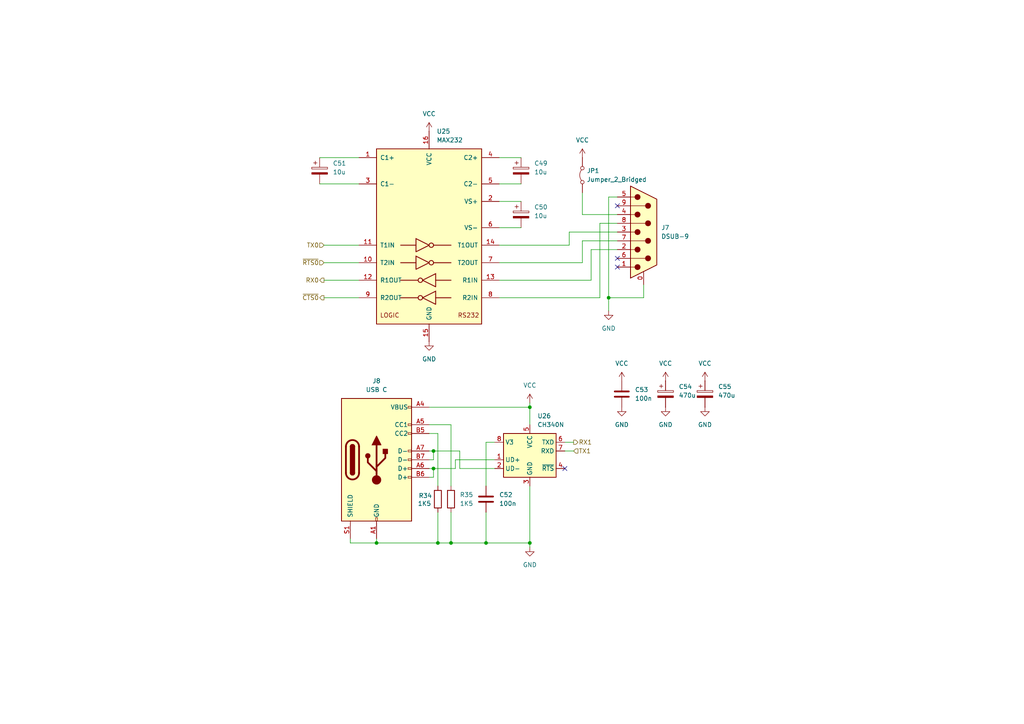
<source format=kicad_sch>
(kicad_sch (version 20250114) (generator "eeschema") (generator_version "9.0")
  (paper "A4")
  (title_block (title "UART") (date "2025-06-18") (rev "B") (company "A.K."))
  (lib_symbols
    (symbol "Connector:DE9_Plug_MountingHoles" (pin_names (offset 1.016) (hide yes))
      (property "Reference" "J" (at 0 16.51 0))
      (property "Value" "DE9_Plug_MountingHoles" (at 0 14.605 0))
      (symbol "DE9_Plug_MountingHoles_0_1"
        (polyline (pts (xy -3.81 10.16) (xy -2.54 10.16)))
        (polyline (pts (xy -3.81 7.62) (xy 0.508 7.62)))
        (polyline (pts (xy -3.81 5.08) (xy -2.54 5.08)))
        (polyline (pts (xy -3.81 2.54) (xy 0.508 2.54)))
        (polyline (pts (xy -3.81 0) (xy -2.54 0)))
        (polyline (pts (xy -3.81 -2.54) (xy 0.508 -2.54)))
        (polyline (pts (xy -3.81 -5.08) (xy -2.54 -5.08)))
        (polyline (pts (xy -3.81 -7.62) (xy 0.508 -7.62)))
        (polyline (pts (xy -3.81 -10.16) (xy -2.54 -10.16)))
        (polyline (pts (xy -3.81 -13.335) (xy -3.81 13.335) (xy 3.81 9.525) (xy 3.81 -9.525) (xy -3.81 -13.335)) (stroke (width 0.254)) (fill (type background)))
        (circle (center -1.778 10.16) (radius 0.762) (fill (type outline)))
        (circle (center -1.778 5.08) (radius 0.762) (fill (type outline)))
        (circle (center -1.778 0) (radius 0.762) (fill (type outline)))
        (circle (center -1.778 -5.08) (radius 0.762) (fill (type outline)))
        (circle (center -1.778 -10.16) (radius 0.762) (fill (type outline)))
        (circle (center 1.27 7.62) (radius 0.762) (fill (type outline)))
        (circle (center 1.27 2.54) (radius 0.762) (fill (type outline)))
        (circle (center 1.27 -2.54) (radius 0.762) (fill (type outline)))
        (circle (center 1.27 -7.62) (radius 0.762) (fill (type outline)))
      )
      (symbol "DE9_Plug_MountingHoles_1_1"
        (pin passive line (at -7.62 10.16 0) (length 3.81) (name "5") (number "5"))
        (pin passive line (at -7.62 7.62 0) (length 3.81) (name "9") (number "9"))
        (pin passive line (at -7.62 5.08 0) (length 3.81) (name "4") (number "4"))
        (pin passive line (at -7.62 2.54 0) (length 3.81) (name "8") (number "8"))
        (pin passive line (at -7.62 0 0) (length 3.81) (name "3") (number "3"))
        (pin passive line (at -7.62 -2.54 0) (length 3.81) (name "7") (number "7"))
        (pin passive line (at -7.62 -5.08 0) (length 3.81) (name "2") (number "2"))
        (pin passive line (at -7.62 -7.62 0) (length 3.81) (name "6") (number "6"))
        (pin passive line (at -7.62 -10.16 0) (length 3.81) (name "1") (number "1"))
        (pin passive line (at 0 -15.24 90) (length 3.81) (name "PAD") (number "0"))
      )
    )
    (symbol "Connector:USB_C_Receptacle_USB2.0_14P" (pin_names (offset 1.016))
      (property "Reference" "J" (at 0 22.225 0))
      (property "Value" "USB_C_Receptacle_USB2.0_14P" (at 0 19.685 0))
      (symbol "USB_C_Receptacle_USB2.0_14P_0_0"
        (rectangle (start -0.254 -17.78) (end 0.254 -16.764))
        (rectangle (start 10.16 15.494) (end 9.144 14.986))
        (rectangle (start 10.16 10.414) (end 9.144 9.906))
        (rectangle (start 10.16 7.874) (end 9.144 7.366))
        (rectangle (start 10.16 2.794) (end 9.144 2.286))
        (rectangle (start 10.16 0.254) (end 9.144 -0.254))
        (rectangle (start 10.16 -2.286) (end 9.144 -2.794))
        (rectangle (start 10.16 -4.826) (end 9.144 -5.334))
      )
      (symbol "USB_C_Receptacle_USB2.0_14P_0_1"
        (rectangle (start -10.16 17.78) (end 10.16 -17.78) (stroke (width 0.254)) (fill (type background)))
        (polyline (pts (xy -8.89 -3.81) (xy -8.89 3.81)) (stroke (width 0.508)))
        (rectangle (start -7.62 -3.81) (end -6.35 3.81) (stroke (width 0.254)) (fill (type outline)))
        (arc (start -7.62 3.81) (mid -6.985 4.4423) (end -6.35 3.81) (stroke (width 0.254)))
        (arc (start -7.62 3.81) (mid -6.985 4.4423) (end -6.35 3.81) (stroke (width 0.254)) (fill (type outline)))
        (arc (start -8.89 3.81) (mid -6.985 5.7067) (end -5.08 3.81) (stroke (width 0.508)))
        (arc (start -5.08 -3.81) (mid -6.985 -5.7067) (end -8.89 -3.81) (stroke (width 0.508)))
        (arc (start -6.35 -3.81) (mid -6.985 -4.4423) (end -7.62 -3.81) (stroke (width 0.254)))
        (arc (start -6.35 -3.81) (mid -6.985 -4.4423) (end -7.62 -3.81) (stroke (width 0.254)) (fill (type outline)))
        (polyline (pts (xy -5.08 3.81) (xy -5.08 -3.81)) (stroke (width 0.508)))
        (circle (center -2.54 1.143) (radius 0.635) (stroke (width 0.254)) (fill (type outline)))
        (polyline (pts (xy -1.27 4.318) (xy 0 6.858) (xy 1.27 4.318) (xy -1.27 4.318)) (stroke (width 0.254)) (fill (type outline)))
        (polyline (pts (xy 0 -2.032) (xy 2.54 0.508) (xy 2.54 1.778)) (stroke (width 0.508)))
        (polyline (pts (xy 0 -3.302) (xy -2.54 -0.762) (xy -2.54 0.508)) (stroke (width 0.508)))
        (polyline (pts (xy 0 -5.842) (xy 0 4.318)) (stroke (width 0.508)))
        (circle (center 0 -5.842) (radius 1.27) (fill (type outline)))
        (rectangle (start 1.905 1.778) (end 3.175 3.048) (stroke (width 0.254)) (fill (type outline)))
      )
      (symbol "USB_C_Receptacle_USB2.0_14P_1_1"
        (pin passive line (at -7.62 -22.86 90) (length 5.08) (name "SHIELD") (number "S1"))
        (pin passive line (at 0 -22.86 90) (length 5.08) (name "GND") (number "A1"))
        (pin passive line (at 0 -22.86 90) (length 5.08) (hide yes) (name "GND") (number "A12"))
        (pin passive line (at 0 -22.86 90) (length 5.08) (hide yes) (name "GND") (number "B1"))
        (pin passive line (at 0 -22.86 90) (length 5.08) (hide yes) (name "GND") (number "B12"))
        (pin passive line (at 15.24 15.24 180) (length 5.08) (name "VBUS") (number "A4"))
        (pin passive line (at 15.24 15.24 180) (length 5.08) (hide yes) (name "VBUS") (number "A9"))
        (pin passive line (at 15.24 15.24 180) (length 5.08) (hide yes) (name "VBUS") (number "B4"))
        (pin passive line (at 15.24 15.24 180) (length 5.08) (hide yes) (name "VBUS") (number "B9"))
        (pin bidirectional line (at 15.24 10.16 180) (length 5.08) (name "CC1") (number "A5"))
        (pin bidirectional line (at 15.24 7.62 180) (length 5.08) (name "CC2") (number "B5"))
        (pin bidirectional line (at 15.24 2.54 180) (length 5.08) (name "D-") (number "A7"))
        (pin bidirectional line (at 15.24 0 180) (length 5.08) (name "D-") (number "B7"))
        (pin bidirectional line (at 15.24 -2.54 180) (length 5.08) (name "D+") (number "A6"))
        (pin bidirectional line (at 15.24 -5.08 180) (length 5.08) (name "D+") (number "B6"))
      )
    )
    (symbol "Device:C" (pin_numbers (hide yes)) (pin_names (offset 0.254))
      (property "Reference" "C" (at 0.635 2.54 0))
      (property "Value" "C" (at 0.635 -2.54 0))
      (symbol "C_0_1"
        (polyline (pts (xy -2.032 0.762) (xy 2.032 0.762)) (stroke (width 0.508)))
        (polyline (pts (xy -2.032 -0.762) (xy 2.032 -0.762)) (stroke (width 0.508)))
      )
      (symbol "C_1_1"
        (pin passive line (at 0 3.81 270) (length 2.794) (name "~") (number "1"))
        (pin passive line (at 0 -3.81 90) (length 2.794) (name "~") (number "2"))
      )
    )
    (symbol "Device:C_Polarized" (pin_numbers (hide yes)) (pin_names (offset 0.254))
      (property "Reference" "C" (at 0.635 2.54 0))
      (property "Value" "C_Polarized" (at 0.635 -2.54 0))
      (symbol "C_Polarized_0_1"
        (rectangle (start -2.286 0.508) (end 2.286 1.016))
        (polyline (pts (xy -1.778 2.286) (xy -0.762 2.286)))
        (polyline (pts (xy -1.27 2.794) (xy -1.27 1.778)))
        (rectangle (start 2.286 -0.508) (end -2.286 -1.016) (fill (type outline)))
      )
      (symbol "C_Polarized_1_1"
        (pin passive line (at 0 3.81 270) (length 2.794) (name "~") (number "1"))
        (pin passive line (at 0 -3.81 90) (length 2.794) (name "~") (number "2"))
      )
    )
    (symbol "Device:R" (pin_numbers (hide yes)) (pin_names (offset 0))
      (property "Reference" "R" (at 2.032 0 90))
      (property "Value" "R" (at 0 0 90))
      (symbol "R_0_1"
        (rectangle (start -1.016 -2.54) (end 1.016 2.54) (stroke (width 0.254)))
      )
      (symbol "R_1_1"
        (pin passive line (at 0 3.81 270) (length 1.27) (name "~") (number "1"))
        (pin passive line (at 0 -3.81 90) (length 1.27) (name "~") (number "2"))
      )
    )
    (symbol "Interface_UART:MAX232" (pin_names (offset 1.016))
      (property "Reference" "U" (at -2.54 28.575 0))
      (property "Value" "MAX232" (at -2.54 26.67 0))
      (symbol "MAX232_0_0"
        (text "LOGIC" (at -11.43 -22.86 0) (effects (font (size 1.27 1.27))))
        (text "RS232" (at 11.43 -22.86 0) (effects (font (size 1.27 1.27))))
      )
      (symbol "MAX232_0_1"
        (rectangle (start -15.24 -25.4) (end 15.24 25.4) (stroke (width 0.254)) (fill (type background)))
        (polyline (pts (xy -3.81 -0.635) (xy -3.81 -4.445) (xy 0 -2.54) (xy -3.81 -0.635)) (stroke (width 0.254)))
        (polyline (pts (xy -3.81 -2.54) (xy -8.255 -2.54)) (stroke (width 0.254)))
        (polyline (pts (xy -3.81 -5.715) (xy -3.81 -9.525) (xy 0 -7.62) (xy -3.81 -5.715)) (stroke (width 0.254)))
        (polyline (pts (xy -3.81 -7.62) (xy -8.255 -7.62)) (stroke (width 0.254)))
        (polyline (pts (xy -3.175 -12.7) (xy -8.255 -12.7)) (stroke (width 0.254)))
        (polyline (pts (xy -3.175 -17.78) (xy -8.255 -17.78)) (stroke (width 0.254)))
        (circle (center -2.54 -12.7) (radius 0.635) (stroke (width 0.254)))
        (circle (center -2.54 -17.78) (radius 0.635) (stroke (width 0.254)))
        (circle (center 0.635 -2.54) (radius 0.635) (stroke (width 0.254)))
        (circle (center 0.635 -7.62) (radius 0.635) (stroke (width 0.254)))
        (polyline (pts (xy 1.27 -2.54) (xy 6.35 -2.54)) (stroke (width 0.254)))
        (polyline (pts (xy 1.27 -7.62) (xy 6.35 -7.62)) (stroke (width 0.254)))
        (polyline (pts (xy 1.905 -10.795) (xy 1.905 -14.605) (xy -1.905 -12.7) (xy 1.905 -10.795)) (stroke (width 0.254)))
        (polyline (pts (xy 1.905 -12.7) (xy 6.35 -12.7)) (stroke (width 0.254)))
        (polyline (pts (xy 1.905 -15.875) (xy 1.905 -19.685) (xy -1.905 -17.78) (xy 1.905 -15.875)) (stroke (width 0.254)))
        (polyline (pts (xy 1.905 -17.78) (xy 6.35 -17.78)) (stroke (width 0.254)))
      )
      (symbol "MAX232_1_1"
        (pin passive line (at -20.32 22.86 0) (length 5.08) (name "C1+") (number "1"))
        (pin passive line (at -20.32 15.24 0) (length 5.08) (name "C1-") (number "3"))
        (pin input line (at -20.32 -2.54 0) (length 5.08) (name "T1IN") (number "11"))
        (pin input line (at -20.32 -7.62 0) (length 5.08) (name "T2IN") (number "10"))
        (pin output line (at -20.32 -12.7 0) (length 5.08) (name "R1OUT") (number "12"))
        (pin output line (at -20.32 -17.78 0) (length 5.08) (name "R2OUT") (number "9"))
        (pin power_in line (at 0 30.48 270) (length 5.08) (name "VCC") (number "16"))
        (pin power_in line (at 0 -30.48 90) (length 5.08) (name "GND") (number "15"))
        (pin passive line (at 20.32 22.86 180) (length 5.08) (name "C2+") (number "4"))
        (pin passive line (at 20.32 15.24 180) (length 5.08) (name "C2-") (number "5"))
        (pin power_out line (at 20.32 10.16 180) (length 5.08) (name "VS+") (number "2"))
        (pin power_out line (at 20.32 2.54 180) (length 5.08) (name "VS-") (number "6"))
        (pin output line (at 20.32 -2.54 180) (length 5.08) (name "T1OUT") (number "14"))
        (pin output line (at 20.32 -7.62 180) (length 5.08) (name "T2OUT") (number "7"))
        (pin input line (at 20.32 -12.7 180) (length 5.08) (name "R1IN") (number "13"))
        (pin input line (at 20.32 -17.78 180) (length 5.08) (name "R2IN") (number "8"))
      )
    )
    (symbol "Interface_USB:CH340N"
      (property "Reference" "U" (at -7.62 6.35 0))
      (property "Value" "CH340N" (at 7.62 6.35 0))
      (symbol "CH340N_0_1"
        (rectangle (start -7.62 5.08) (end 7.62 -7.62) (stroke (width 0.254)) (fill (type background)))
      )
      (symbol "CH340N_1_1"
        (pin passive line (at -10.16 2.54 0) (length 2.54) (name "V3") (number "8"))
        (pin bidirectional line (at -10.16 -2.54 0) (length 2.54) (name "UD+") (number "1"))
        (pin bidirectional line (at -10.16 -5.08 0) (length 2.54) (name "UD-") (number "2"))
        (pin power_in line (at 0 7.62 270) (length 2.54) (name "VCC") (number "5"))
        (pin power_in line (at 0 -10.16 90) (length 2.54) (name "GND") (number "3"))
        (pin output line (at 10.16 2.54 180) (length 2.54) (name "TXD") (number "6"))
        (pin input line (at 10.16 0 180) (length 2.54) (name "RXD") (number "7"))
        (pin output line (at 10.16 -5.08 180) (length 2.54) (name "~{RTS}") (number "4"))
      )
    )
    (symbol "Jumper:Jumper_2_Bridged" (pin_numbers (hide yes)) (pin_names (offset 0) (hide yes)) (exclude_from_sim yes)
      (property "Reference" "JP" (at 0 1.905 0))
      (property "Value" "Jumper_2_Bridged" (at 0 -2.54 0))
      (symbol "Jumper_2_Bridged_0_0"
        (circle (center -2.032 0) (radius 0.508))
        (circle (center 2.032 0) (radius 0.508))
      )
      (symbol "Jumper_2_Bridged_0_1"
        (arc (start -1.524 0.254) (mid 0 0.762) (end 1.524 0.254))
      )
      (symbol "Jumper_2_Bridged_1_1"
        (pin passive line (at -5.08 0 0) (length 2.54) (name "A") (number "1"))
        (pin passive line (at 5.08 0 180) (length 2.54) (name "B") (number "2"))
      )
    )
    (symbol "power:GND" (power) (pin_numbers (hide yes)) (pin_names (offset 0) (hide yes))
      (property "Value" "GND" (at 0 -3.81 0))
      (symbol "GND_0_1"
        (polyline (pts (xy 0 0) (xy 0 -1.27) (xy 1.27 -1.27) (xy 0 -2.54) (xy -1.27 -1.27) (xy 0 -1.27)))
      )
      (symbol "GND_1_1"
        (pin power_in line (at 0 0 270) (length 0) (name "~") (number "1"))
      )
    )
    (symbol "power:VCC" (power) (pin_numbers (hide yes)) (pin_names (offset 0) (hide yes))
      (property "Value" "VCC" (at 0 3.556 0))
      (symbol "VCC_0_1"
        (polyline (pts (xy -0.762 1.27) (xy 0 2.54)))
        (polyline (pts (xy 0 2.54) (xy 0.762 1.27)))
        (polyline (pts (xy 0 0) (xy 0 2.54)))
      )
      (symbol "VCC_1_1"
        (pin power_in line (at 0 0 90) (length 0) (name "~") (number "1"))
      )
    )
  )
  (junction (at 153.67 118.11))
  (junction (at 130.81 157.48))
  (junction (at 153.67 157.48))
  (junction (at 176.53 86.36))
  (junction (at 125.73 135.89))
  (junction (at 140.97 157.48))
  (junction (at 109.22 157.48))
  (junction (at 127 157.48))
  (junction (at 125.73 130.81))
  (no_connect (at 179.07 74.93))
  (no_connect (at 179.07 59.69))
  (no_connect (at 179.07 77.47))
  (no_connect (at 163.83 135.89))
  (wire (pts (xy 144.78 86.36) (xy 173.99 86.36)))
  (wire (pts (xy 124.46 133.35) (xy 125.73 133.35)))
  (wire (pts (xy 93.98 86.36) (xy 104.14 86.36)))
  (wire (pts (xy 153.67 118.11) (xy 153.67 123.19)))
  (wire (pts (xy 186.69 82.55) (xy 186.69 86.36)))
  (wire (pts (xy 130.81 157.48) (xy 140.97 157.48)))
  (wire (pts (xy 101.6 157.48) (xy 109.22 157.48)))
  (wire (pts (xy 132.08 133.35) (xy 143.51 133.35)))
  (wire (pts (xy 163.83 130.81) (xy 166.37 130.81)))
  (wire (pts (xy 93.98 71.12) (xy 104.14 71.12)))
  (wire (pts (xy 163.83 128.27) (xy 166.37 128.27)))
  (wire (pts (xy 130.81 157.48) (xy 130.81 148.59)))
  (wire (pts (xy 153.67 157.48) (xy 153.67 158.75)))
  (wire (pts (xy 173.99 64.77) (xy 179.07 64.77)))
  (wire (pts (xy 165.1 67.31) (xy 165.1 71.12)))
  (wire (pts (xy 171.45 81.28) (xy 144.78 81.28)))
  (wire (pts (xy 179.07 62.23) (xy 168.91 62.23)))
  (wire (pts (xy 176.53 90.17) (xy 176.53 86.36)))
  (wire (pts (xy 186.69 86.36) (xy 176.53 86.36)))
  (wire (pts (xy 125.73 135.89) (xy 132.08 135.89)))
  (wire (pts (xy 125.73 133.35) (xy 125.73 130.81)))
  (wire (pts (xy 127 140.97) (xy 127 125.73)))
  (wire (pts (xy 144.78 53.34) (xy 151.13 53.34)))
  (wire (pts (xy 179.07 67.31) (xy 165.1 67.31)))
  (wire (pts (xy 124.46 138.43) (xy 125.73 138.43)))
  (wire (pts (xy 133.35 135.89) (xy 133.35 130.81)))
  (wire (pts (xy 124.46 118.11) (xy 153.67 118.11)))
  (wire (pts (xy 133.35 130.81) (xy 125.73 130.81)))
  (wire (pts (xy 140.97 128.27) (xy 143.51 128.27)))
  (wire (pts (xy 176.53 57.15) (xy 179.07 57.15)))
  (wire (pts (xy 127 157.48) (xy 127 148.59)))
  (wire (pts (xy 144.78 58.42) (xy 151.13 58.42)))
  (wire (pts (xy 144.78 45.72) (xy 151.13 45.72)))
  (wire (pts (xy 179.07 69.85) (xy 168.91 69.85)))
  (wire (pts (xy 153.67 116.84) (xy 153.67 118.11)))
  (wire (pts (xy 165.1 71.12) (xy 144.78 71.12)))
  (wire (pts (xy 92.71 45.72) (xy 104.14 45.72)))
  (wire (pts (xy 132.08 135.89) (xy 132.08 133.35)))
  (wire (pts (xy 109.22 157.48) (xy 127 157.48)))
  (wire (pts (xy 101.6 156.21) (xy 101.6 157.48)))
  (wire (pts (xy 168.91 76.2) (xy 144.78 76.2)))
  (wire (pts (xy 144.78 66.04) (xy 151.13 66.04)))
  (wire (pts (xy 109.22 157.48) (xy 109.22 156.21)))
  (wire (pts (xy 125.73 130.81) (xy 124.46 130.81)))
  (wire (pts (xy 171.45 72.39) (xy 171.45 81.28)))
  (wire (pts (xy 140.97 157.48) (xy 140.97 148.59)))
  (wire (pts (xy 140.97 157.48) (xy 153.67 157.48)))
  (wire (pts (xy 93.98 76.2) (xy 104.14 76.2)))
  (wire (pts (xy 92.71 53.34) (xy 104.14 53.34)))
  (wire (pts (xy 127 157.48) (xy 130.81 157.48)))
  (wire (pts (xy 143.51 135.89) (xy 133.35 135.89)))
  (wire (pts (xy 179.07 72.39) (xy 171.45 72.39)))
  (wire (pts (xy 93.98 81.28) (xy 104.14 81.28)))
  (wire (pts (xy 130.81 140.97) (xy 130.81 123.19)))
  (wire (pts (xy 124.46 135.89) (xy 125.73 135.89)))
  (wire (pts (xy 173.99 86.36) (xy 173.99 64.77)))
  (wire (pts (xy 125.73 138.43) (xy 125.73 135.89)))
  (wire (pts (xy 130.81 123.19) (xy 124.46 123.19)))
  (wire (pts (xy 140.97 140.97) (xy 140.97 128.27)))
  (wire (pts (xy 127 125.73) (xy 124.46 125.73)))
  (wire (pts (xy 168.91 62.23) (xy 168.91 55.88)))
  (wire (pts (xy 153.67 157.48) (xy 153.67 140.97)))
  (wire (pts (xy 168.91 69.85) (xy 168.91 76.2)))
  (wire (pts (xy 176.53 86.36) (xy 176.53 57.15)))
  (hierarchical_label "TX1" (shape input) (at 166.37 130.81 0))
  (hierarchical_label "RX1" (shape output) (at 166.37 128.27 0))
  (hierarchical_label "TX0" (shape input) (at 93.98 71.12 180))
  (hierarchical_label "RX0" (shape output) (at 93.98 81.28 180))
  (hierarchical_label "~{RTS0}" (shape input) (at 93.98 76.2 180))
  (hierarchical_label "~{CTS0}" (shape output) (at 93.98 86.36 180))
  (symbol (lib_id "power:VCC") (at 153.67 116.84 0) (unit 1)
    (property "Reference" "#PWR0158" (effects (hide yes)))
    (property "Value" "VCC" (at 153.67 111.76 0))
    (property "Description" "Power symbol creates a global label with name \"VCC\"" (effects (hide yes)))
  )
  (symbol (lib_id "Interface_UART:MAX232") (at 124.46 68.58 0) (unit 1)
    (property "Reference" "U25" (at 126.6541 38.1 0) (effects (justify left)))
    (property "Value" "MAX232" (at 126.6541 40.64 0) (effects (justify left)))
    (property "Footprint" "Package_DIP:DIP-16_W7.62mm" (effects (hide yes)))
    (property "Datasheet" "http://www.ti.com/lit/ds/symlink/max232.pdf" (effects (hide yes)))
    (property "Description" "Dual RS232 driver/receiver, 5V supply, 120kb/s, 0C-70C" (effects (hide yes)))
  )
  (symbol (lib_id "power:VCC") (at 124.46 38.1 0) (unit 1)
    (property "Reference" "#PWR0153" (effects (hide yes)))
    (property "Value" "VCC" (at 124.46 33.02 0))
    (property "Description" "Power symbol creates a global label with name \"VCC\"" (effects (hide yes)))
  )
  (symbol (lib_id "Device:R") (at 130.81 144.78 0) (unit 1)
    (property "Reference" "R35" (at 133.35 143.5099 0) (effects (justify left)))
    (property "Value" "1K5" (at 133.35 146.0499 0) (effects (justify left)))
    (property "Footprint" "Resistor_THT:R_Axial_DIN0207_L6.3mm_D2.5mm_P7.62mm_Horizontal" (effects (hide yes)))
    (property "Description" "Resistor" (effects (hide yes)))
  )
  (symbol (lib_id "power:GND") (at 180.34 118.11 0) (unit 1)
    (property "Reference" "#PWR0161" (effects (hide yes)))
    (property "Value" "GND" (at 180.34 123.19 0))
    (property "Description" "Power symbol creates a global label with name \"GND\" , ground" (effects (hide yes)))
  )
  (symbol (lib_id "power:VCC") (at 204.47 110.49 0) (unit 1)
    (property "Reference" "#PWR0164" (effects (hide yes)))
    (property "Value" "VCC" (at 204.47 105.41 0))
    (property "Description" "Power symbol creates a global label with name \"VCC\"" (effects (hide yes)))
  )
  (symbol (lib_id "power:GND") (at 204.47 118.11 0) (unit 1)
    (property "Reference" "#PWR0165" (effects (hide yes)))
    (property "Value" "GND" (at 204.47 123.19 0))
    (property "Description" "Power symbol creates a global label with name \"GND\" , ground" (effects (hide yes)))
  )
  (symbol (lib_id "Device:C_Polarized") (at 92.71 49.53 0) (unit 1)
    (property "Reference" "C51" (at 96.52 47.3709 0) (effects (justify left)))
    (property "Value" "10u" (at 96.52 49.9109 0) (effects (justify left)))
    (property "Footprint" "Capacitor_THT:CP_Radial_D5.0mm_P2.50mm" (effects (hide yes)))
    (property "Description" "Polarized capacitor" (effects (hide yes)))
  )
  (symbol (lib_id "Jumper:Jumper_2_Bridged") (at 168.91 50.8 90) (unit 1) (exclude_from_sim yes)
    (property "Reference" "JP1" (at 170.18 49.5299 90) (effects (justify right)))
    (property "Value" "Jumper_2_Bridged" (at 170.18 52.0699 90) (effects (justify right)))
    (property "Footprint" "Jumper:SolderJumper-2_P1.3mm_Bridged_Pad1.0x1.5mm" (effects (hide yes)))
    (property "Description" "Jumper, 2-pole, closed/bridged" (effects (hide yes)))
  )
  (symbol (lib_id "Device:C_Polarized") (at 151.13 49.53 0) (unit 1)
    (property "Reference" "C49" (at 154.94 47.3709 0) (effects (justify left)))
    (property "Value" "10u" (at 154.94 49.9109 0) (effects (justify left)))
    (property "Footprint" "Capacitor_THT:CP_Radial_D5.0mm_P2.50mm" (effects (hide yes)))
    (property "Description" "Polarized capacitor" (effects (hide yes)))
  )
  (symbol (lib_id "Device:C_Polarized") (at 151.13 62.23 0) (unit 1)
    (property "Reference" "C50" (at 154.94 60.0709 0) (effects (justify left)))
    (property "Value" "10u" (at 154.94 62.6109 0) (effects (justify left)))
    (property "Footprint" "Capacitor_THT:CP_Radial_D5.0mm_P2.50mm" (effects (hide yes)))
    (property "Description" "Polarized capacitor" (effects (hide yes)))
  )
  (symbol (lib_id "power:VCC") (at 193.04 110.49 0) (unit 1)
    (property "Reference" "#PWR0162" (effects (hide yes)))
    (property "Value" "VCC" (at 193.04 105.41 0))
    (property "Description" "Power symbol creates a global label with name \"VCC\"" (effects (hide yes)))
  )
  (symbol (lib_id "Connector:USB_C_Receptacle_USB2.0_14P") (at 109.22 133.35 0) (unit 1)
    (property "Reference" "J8" (at 109.22 110.49 0))
    (property "Value" "USB C" (at 109.22 113.03 0))
    (property "Footprint" "Connector_USB:USB_C_Receptacle_G-Switch_GT-USB-7010ASV" (effects (hide yes)))
    (property "Datasheet" "https://www.usb.org/sites/default/files/documents/usb_type-c.zip" (effects (hide yes)))
    (property "Description" "USB 2.0-only 14P Type-C Receptacle connector" (effects (hide yes)))
  )
  (symbol (lib_id "Connector:DE9_Plug_MountingHoles") (at 186.69 67.31 0) (unit 1)
    (property "Reference" "J7" (at 191.77 66.0399 0) (effects (justify left)))
    (property "Value" "DSUB-9" (at 191.77 68.5799 0) (effects (justify left)))
    (property "Footprint" "Connector_Dsub:DSUB-9_Socket_Horizontal_P2.77x2.84mm_EdgePinOffset4.94mm_Housed_MountingHolesOffset4.94mm" (effects (hide yes)))
    (property "Description" "9-pin male plug pin D-SUB connector, Mounting Hole" (effects (hide yes)))
  )
  (symbol (lib_id "power:GND") (at 193.04 118.11 0) (unit 1)
    (property "Reference" "#PWR0163" (effects (hide yes)))
    (property "Value" "GND" (at 193.04 123.19 0))
    (property "Description" "Power symbol creates a global label with name \"GND\" , ground" (effects (hide yes)))
  )
  (symbol (lib_id "power:VCC") (at 168.91 45.72 0) (unit 1)
    (property "Reference" "#PWR0193" (effects (hide yes)))
    (property "Value" "VCC" (at 168.91 40.64 0))
    (property "Description" "Power symbol creates a global label with name \"VCC\"" (effects (hide yes)))
  )
  (symbol (lib_id "power:GND") (at 124.46 99.06 0) (unit 1)
    (property "Reference" "#PWR0156" (effects (hide yes)))
    (property "Value" "GND" (at 124.46 104.14 0))
    (property "Description" "Power symbol creates a global label with name \"GND\" , ground" (effects (hide yes)))
  )
  (symbol (lib_id "power:GND") (at 176.53 90.17 0) (unit 1)
    (property "Reference" "#PWR0157" (effects (hide yes)))
    (property "Value" "GND" (at 176.53 95.25 0))
    (property "Description" "Power symbol creates a global label with name \"GND\" , ground" (effects (hide yes)))
  )
  (symbol (lib_id "power:VCC") (at 180.34 110.49 0) (unit 1)
    (property "Reference" "#PWR0160" (effects (hide yes)))
    (property "Value" "VCC" (at 180.34 105.41 0))
    (property "Description" "Power symbol creates a global label with name \"VCC\"" (effects (hide yes)))
  )
  (symbol (lib_id "Device:C_Polarized") (at 193.04 114.3 0) (unit 1)
    (property "Reference" "C54" (at 196.85 112.1409 0) (effects (justify left)))
    (property "Value" "470u" (at 196.85 114.6809 0) (effects (justify left)))
    (property "Footprint" "Capacitor_THT:CP_Radial_D10.0mm_P5.00mm" (effects (hide yes)))
    (property "Description" "Polarized capacitor" (effects (hide yes)))
  )
  (symbol (lib_id "power:GND") (at 153.67 158.75 0) (unit 1)
    (property "Reference" "#PWR0159" (effects (hide yes)))
    (property "Value" "GND" (at 153.67 163.83 0))
    (property "Description" "Power symbol creates a global label with name \"GND\" , ground" (effects (hide yes)))
  )
  (symbol (lib_id "Device:C_Polarized") (at 204.47 114.3 0) (unit 1)
    (property "Reference" "C55" (at 208.28 112.1409 0) (effects (justify left)))
    (property "Value" "470u" (at 208.28 114.6809 0) (effects (justify left)))
    (property "Footprint" "Capacitor_THT:CP_Radial_D10.0mm_P5.00mm" (effects (hide yes)))
    (property "Description" "Polarized capacitor" (effects (hide yes)))
  )
  (symbol (lib_id "Interface_USB:CH340N") (at 153.67 130.81 0) (unit 1)
    (property "Reference" "U26" (at 155.8641 120.65 0) (effects (justify left)))
    (property "Value" "CH340N" (at 155.8641 123.19 0) (effects (justify left)))
    (property "Footprint" "Package_SO:SOP-8_3.9x4.9mm_P1.27mm" (effects (hide yes)))
    (property "Datasheet" "https://aitendo3.sakura.ne.jp/aitendo_data/product_img/ic/inteface/CH340N/ch340n.pdf" (effects (hide yes)))
    (property "Description" "USB serial converter, 2Mbps, UART, SOP-8" (effects (hide yes)))
  )
  (symbol (lib_id "Device:C") (at 140.97 144.78 0) (unit 1)
    (property "Reference" "C52" (at 144.78 143.5099 0) (effects (justify left)))
    (property "Value" "100n" (at 144.78 146.0499 0) (effects (justify left)))
    (property "Footprint" "Capacitor_THT:C_Disc_D5.0mm_W2.5mm_P2.50mm" (effects (hide yes)))
    (property "Description" "Unpolarized capacitor" (effects (hide yes)))
  )
  (symbol (lib_id "Device:R") (at 127 144.78 0) (unit 1)
    (property "Reference" "R34" (at 121.412 143.764 0) (effects (justify left)))
    (property "Value" "1K5" (at 121.158 146.05 0) (effects (justify left)))
    (property "Footprint" "Resistor_THT:R_Axial_DIN0207_L6.3mm_D2.5mm_P7.62mm_Horizontal" (effects (hide yes)))
    (property "Description" "Resistor" (effects (hide yes)))
  )
  (symbol (lib_id "Device:C") (at 180.34 114.3 0) (unit 1)
    (property "Reference" "C53" (at 184.15 113.0299 0) (effects (justify left)))
    (property "Value" "100n" (at 184.15 115.5699 0) (effects (justify left)))
    (property "Footprint" "Capacitor_THT:C_Disc_D5.0mm_W2.5mm_P2.50mm" (effects (hide yes)))
    (property "Description" "Unpolarized capacitor" (effects (hide yes)))
  )
)
</source>
